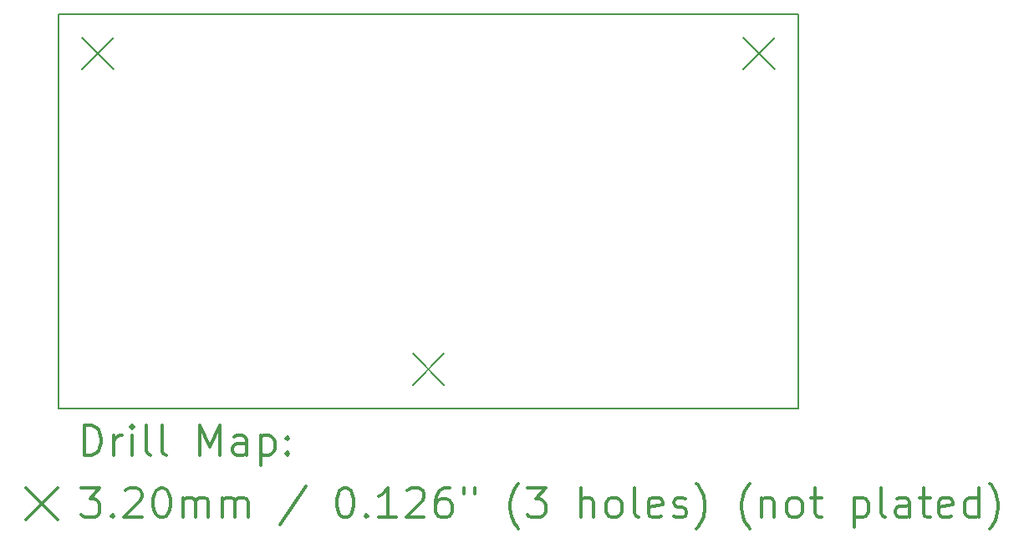
<source format=gbr>
%FSLAX45Y45*%
G04 Gerber Fmt 4.5, Leading zero omitted, Abs format (unit mm)*
G04 Created by KiCad (PCBNEW 4.0.7-e2-6376~60~ubuntu17.10.1) date Wed Mar 21 11:42:36 2018*
%MOMM*%
%LPD*%
G01*
G04 APERTURE LIST*
%ADD10C,0.127000*%
%ADD11C,0.150000*%
%ADD12C,0.200000*%
%ADD13C,0.300000*%
G04 APERTURE END LIST*
D10*
D11*
X7513984Y4013696D02*
X13984Y4013696D01*
X7513984Y13696D02*
X7513984Y4013696D01*
X13984Y13696D02*
X7513984Y13696D01*
X13984Y4013696D02*
X13984Y13696D01*
D12*
X253984Y3773696D02*
X573984Y3453696D01*
X573984Y3773696D02*
X253984Y3453696D01*
X3603984Y573696D02*
X3923984Y253696D01*
X3923984Y573696D02*
X3603984Y253696D01*
X6953984Y3773696D02*
X7273984Y3453696D01*
X7273984Y3773696D02*
X6953984Y3453696D01*
D13*
X277913Y-459518D02*
X277913Y-159518D01*
X349341Y-159518D01*
X392198Y-173804D01*
X420770Y-202375D01*
X435055Y-230947D01*
X449341Y-288090D01*
X449341Y-330947D01*
X435055Y-388090D01*
X420770Y-416661D01*
X392198Y-445233D01*
X349341Y-459518D01*
X277913Y-459518D01*
X577913Y-459518D02*
X577913Y-259518D01*
X577913Y-316661D02*
X592198Y-288090D01*
X606484Y-273804D01*
X635055Y-259518D01*
X663627Y-259518D01*
X763627Y-459518D02*
X763627Y-259518D01*
X763627Y-159518D02*
X749341Y-173804D01*
X763627Y-188090D01*
X777912Y-173804D01*
X763627Y-159518D01*
X763627Y-188090D01*
X949341Y-459518D02*
X920770Y-445233D01*
X906484Y-416661D01*
X906484Y-159518D01*
X1106484Y-459518D02*
X1077913Y-445233D01*
X1063627Y-416661D01*
X1063627Y-159518D01*
X1449341Y-459518D02*
X1449341Y-159518D01*
X1549341Y-373804D01*
X1649341Y-159518D01*
X1649341Y-459518D01*
X1920770Y-459518D02*
X1920770Y-302376D01*
X1906484Y-273804D01*
X1877912Y-259518D01*
X1820770Y-259518D01*
X1792198Y-273804D01*
X1920770Y-445233D02*
X1892198Y-459518D01*
X1820770Y-459518D01*
X1792198Y-445233D01*
X1777912Y-416661D01*
X1777912Y-388090D01*
X1792198Y-359518D01*
X1820770Y-345233D01*
X1892198Y-345233D01*
X1920770Y-330947D01*
X2063627Y-259518D02*
X2063627Y-559518D01*
X2063627Y-273804D02*
X2092198Y-259518D01*
X2149341Y-259518D01*
X2177913Y-273804D01*
X2192198Y-288090D01*
X2206484Y-316661D01*
X2206484Y-402375D01*
X2192198Y-430947D01*
X2177913Y-445233D01*
X2149341Y-459518D01*
X2092198Y-459518D01*
X2063627Y-445233D01*
X2335055Y-430947D02*
X2349341Y-445233D01*
X2335055Y-459518D01*
X2320770Y-445233D01*
X2335055Y-430947D01*
X2335055Y-459518D01*
X2335055Y-273804D02*
X2349341Y-288090D01*
X2335055Y-302376D01*
X2320770Y-288090D01*
X2335055Y-273804D01*
X2335055Y-302376D01*
X-313516Y-793804D02*
X6484Y-1113804D01*
X6484Y-793804D02*
X-313516Y-1113804D01*
X249341Y-789518D02*
X435055Y-789518D01*
X335055Y-903804D01*
X377912Y-903804D01*
X406484Y-918090D01*
X420770Y-932375D01*
X435055Y-960947D01*
X435055Y-1032375D01*
X420770Y-1060947D01*
X406484Y-1075233D01*
X377912Y-1089518D01*
X292198Y-1089518D01*
X263627Y-1075233D01*
X249341Y-1060947D01*
X563627Y-1060947D02*
X577913Y-1075233D01*
X563627Y-1089518D01*
X549341Y-1075233D01*
X563627Y-1060947D01*
X563627Y-1089518D01*
X692198Y-818090D02*
X706484Y-803804D01*
X735055Y-789518D01*
X806484Y-789518D01*
X835055Y-803804D01*
X849341Y-818090D01*
X863627Y-846661D01*
X863627Y-875233D01*
X849341Y-918090D01*
X677912Y-1089518D01*
X863627Y-1089518D01*
X1049341Y-789518D02*
X1077913Y-789518D01*
X1106484Y-803804D01*
X1120770Y-818090D01*
X1135055Y-846661D01*
X1149341Y-903804D01*
X1149341Y-975233D01*
X1135055Y-1032375D01*
X1120770Y-1060947D01*
X1106484Y-1075233D01*
X1077913Y-1089518D01*
X1049341Y-1089518D01*
X1020770Y-1075233D01*
X1006484Y-1060947D01*
X992198Y-1032375D01*
X977912Y-975233D01*
X977912Y-903804D01*
X992198Y-846661D01*
X1006484Y-818090D01*
X1020770Y-803804D01*
X1049341Y-789518D01*
X1277913Y-1089518D02*
X1277913Y-889518D01*
X1277913Y-918090D02*
X1292198Y-903804D01*
X1320770Y-889518D01*
X1363627Y-889518D01*
X1392198Y-903804D01*
X1406484Y-932375D01*
X1406484Y-1089518D01*
X1406484Y-932375D02*
X1420770Y-903804D01*
X1449341Y-889518D01*
X1492198Y-889518D01*
X1520770Y-903804D01*
X1535055Y-932375D01*
X1535055Y-1089518D01*
X1677912Y-1089518D02*
X1677912Y-889518D01*
X1677912Y-918090D02*
X1692198Y-903804D01*
X1720770Y-889518D01*
X1763627Y-889518D01*
X1792198Y-903804D01*
X1806484Y-932375D01*
X1806484Y-1089518D01*
X1806484Y-932375D02*
X1820770Y-903804D01*
X1849341Y-889518D01*
X1892198Y-889518D01*
X1920770Y-903804D01*
X1935055Y-932375D01*
X1935055Y-1089518D01*
X2520770Y-775233D02*
X2263627Y-1160947D01*
X2906484Y-789518D02*
X2935055Y-789518D01*
X2963627Y-803804D01*
X2977912Y-818090D01*
X2992198Y-846661D01*
X3006484Y-903804D01*
X3006484Y-975233D01*
X2992198Y-1032375D01*
X2977912Y-1060947D01*
X2963627Y-1075233D01*
X2935055Y-1089518D01*
X2906484Y-1089518D01*
X2877912Y-1075233D01*
X2863627Y-1060947D01*
X2849341Y-1032375D01*
X2835055Y-975233D01*
X2835055Y-903804D01*
X2849341Y-846661D01*
X2863627Y-818090D01*
X2877912Y-803804D01*
X2906484Y-789518D01*
X3135055Y-1060947D02*
X3149341Y-1075233D01*
X3135055Y-1089518D01*
X3120770Y-1075233D01*
X3135055Y-1060947D01*
X3135055Y-1089518D01*
X3435055Y-1089518D02*
X3263627Y-1089518D01*
X3349341Y-1089518D02*
X3349341Y-789518D01*
X3320769Y-832375D01*
X3292198Y-860947D01*
X3263627Y-875233D01*
X3549341Y-818090D02*
X3563627Y-803804D01*
X3592198Y-789518D01*
X3663627Y-789518D01*
X3692198Y-803804D01*
X3706484Y-818090D01*
X3720769Y-846661D01*
X3720769Y-875233D01*
X3706484Y-918090D01*
X3535055Y-1089518D01*
X3720769Y-1089518D01*
X3977912Y-789518D02*
X3920769Y-789518D01*
X3892198Y-803804D01*
X3877912Y-818090D01*
X3849341Y-860947D01*
X3835055Y-918090D01*
X3835055Y-1032375D01*
X3849341Y-1060947D01*
X3863627Y-1075233D01*
X3892198Y-1089518D01*
X3949341Y-1089518D01*
X3977912Y-1075233D01*
X3992198Y-1060947D01*
X4006484Y-1032375D01*
X4006484Y-960947D01*
X3992198Y-932375D01*
X3977912Y-918090D01*
X3949341Y-903804D01*
X3892198Y-903804D01*
X3863627Y-918090D01*
X3849341Y-932375D01*
X3835055Y-960947D01*
X4120770Y-789518D02*
X4120770Y-846661D01*
X4235055Y-789518D02*
X4235055Y-846661D01*
X4677912Y-1203804D02*
X4663627Y-1189518D01*
X4635055Y-1146661D01*
X4620770Y-1118090D01*
X4606484Y-1075233D01*
X4592198Y-1003804D01*
X4592198Y-946661D01*
X4606484Y-875233D01*
X4620770Y-832375D01*
X4635055Y-803804D01*
X4663627Y-760947D01*
X4677912Y-746661D01*
X4763627Y-789518D02*
X4949341Y-789518D01*
X4849341Y-903804D01*
X4892198Y-903804D01*
X4920770Y-918090D01*
X4935055Y-932375D01*
X4949341Y-960947D01*
X4949341Y-1032375D01*
X4935055Y-1060947D01*
X4920770Y-1075233D01*
X4892198Y-1089518D01*
X4806484Y-1089518D01*
X4777912Y-1075233D01*
X4763627Y-1060947D01*
X5306484Y-1089518D02*
X5306484Y-789518D01*
X5435055Y-1089518D02*
X5435055Y-932375D01*
X5420770Y-903804D01*
X5392198Y-889518D01*
X5349341Y-889518D01*
X5320770Y-903804D01*
X5306484Y-918090D01*
X5620769Y-1089518D02*
X5592198Y-1075233D01*
X5577912Y-1060947D01*
X5563627Y-1032375D01*
X5563627Y-946661D01*
X5577912Y-918090D01*
X5592198Y-903804D01*
X5620769Y-889518D01*
X5663627Y-889518D01*
X5692198Y-903804D01*
X5706484Y-918090D01*
X5720769Y-946661D01*
X5720769Y-1032375D01*
X5706484Y-1060947D01*
X5692198Y-1075233D01*
X5663627Y-1089518D01*
X5620769Y-1089518D01*
X5892198Y-1089518D02*
X5863627Y-1075233D01*
X5849341Y-1046661D01*
X5849341Y-789518D01*
X6120770Y-1075233D02*
X6092198Y-1089518D01*
X6035055Y-1089518D01*
X6006484Y-1075233D01*
X5992198Y-1046661D01*
X5992198Y-932375D01*
X6006484Y-903804D01*
X6035055Y-889518D01*
X6092198Y-889518D01*
X6120770Y-903804D01*
X6135055Y-932375D01*
X6135055Y-960947D01*
X5992198Y-989518D01*
X6249341Y-1075233D02*
X6277912Y-1089518D01*
X6335055Y-1089518D01*
X6363627Y-1075233D01*
X6377912Y-1046661D01*
X6377912Y-1032375D01*
X6363627Y-1003804D01*
X6335055Y-989518D01*
X6292198Y-989518D01*
X6263627Y-975233D01*
X6249341Y-946661D01*
X6249341Y-932375D01*
X6263627Y-903804D01*
X6292198Y-889518D01*
X6335055Y-889518D01*
X6363627Y-903804D01*
X6477912Y-1203804D02*
X6492198Y-1189518D01*
X6520770Y-1146661D01*
X6535055Y-1118090D01*
X6549341Y-1075233D01*
X6563627Y-1003804D01*
X6563627Y-946661D01*
X6549341Y-875233D01*
X6535055Y-832375D01*
X6520770Y-803804D01*
X6492198Y-760947D01*
X6477912Y-746661D01*
X7020770Y-1203804D02*
X7006484Y-1189518D01*
X6977912Y-1146661D01*
X6963627Y-1118090D01*
X6949341Y-1075233D01*
X6935055Y-1003804D01*
X6935055Y-946661D01*
X6949341Y-875233D01*
X6963627Y-832375D01*
X6977912Y-803804D01*
X7006484Y-760947D01*
X7020770Y-746661D01*
X7135055Y-889518D02*
X7135055Y-1089518D01*
X7135055Y-918090D02*
X7149341Y-903804D01*
X7177912Y-889518D01*
X7220770Y-889518D01*
X7249341Y-903804D01*
X7263627Y-932375D01*
X7263627Y-1089518D01*
X7449341Y-1089518D02*
X7420770Y-1075233D01*
X7406484Y-1060947D01*
X7392198Y-1032375D01*
X7392198Y-946661D01*
X7406484Y-918090D01*
X7420770Y-903804D01*
X7449341Y-889518D01*
X7492198Y-889518D01*
X7520770Y-903804D01*
X7535055Y-918090D01*
X7549341Y-946661D01*
X7549341Y-1032375D01*
X7535055Y-1060947D01*
X7520770Y-1075233D01*
X7492198Y-1089518D01*
X7449341Y-1089518D01*
X7635055Y-889518D02*
X7749341Y-889518D01*
X7677912Y-789518D02*
X7677912Y-1046661D01*
X7692198Y-1075233D01*
X7720770Y-1089518D01*
X7749341Y-1089518D01*
X8077912Y-889518D02*
X8077912Y-1189518D01*
X8077912Y-903804D02*
X8106484Y-889518D01*
X8163627Y-889518D01*
X8192198Y-903804D01*
X8206484Y-918090D01*
X8220770Y-946661D01*
X8220770Y-1032375D01*
X8206484Y-1060947D01*
X8192198Y-1075233D01*
X8163627Y-1089518D01*
X8106484Y-1089518D01*
X8077912Y-1075233D01*
X8392198Y-1089518D02*
X8363627Y-1075233D01*
X8349341Y-1046661D01*
X8349341Y-789518D01*
X8635055Y-1089518D02*
X8635055Y-932375D01*
X8620770Y-903804D01*
X8592198Y-889518D01*
X8535055Y-889518D01*
X8506484Y-903804D01*
X8635055Y-1075233D02*
X8606484Y-1089518D01*
X8535055Y-1089518D01*
X8506484Y-1075233D01*
X8492198Y-1046661D01*
X8492198Y-1018090D01*
X8506484Y-989518D01*
X8535055Y-975233D01*
X8606484Y-975233D01*
X8635055Y-960947D01*
X8735055Y-889518D02*
X8849341Y-889518D01*
X8777913Y-789518D02*
X8777913Y-1046661D01*
X8792198Y-1075233D01*
X8820770Y-1089518D01*
X8849341Y-1089518D01*
X9063627Y-1075233D02*
X9035056Y-1089518D01*
X8977913Y-1089518D01*
X8949341Y-1075233D01*
X8935056Y-1046661D01*
X8935056Y-932375D01*
X8949341Y-903804D01*
X8977913Y-889518D01*
X9035056Y-889518D01*
X9063627Y-903804D01*
X9077913Y-932375D01*
X9077913Y-960947D01*
X8935056Y-989518D01*
X9335056Y-1089518D02*
X9335056Y-789518D01*
X9335056Y-1075233D02*
X9306484Y-1089518D01*
X9249341Y-1089518D01*
X9220770Y-1075233D01*
X9206484Y-1060947D01*
X9192198Y-1032375D01*
X9192198Y-946661D01*
X9206484Y-918090D01*
X9220770Y-903804D01*
X9249341Y-889518D01*
X9306484Y-889518D01*
X9335056Y-903804D01*
X9449341Y-1203804D02*
X9463627Y-1189518D01*
X9492198Y-1146661D01*
X9506484Y-1118090D01*
X9520770Y-1075233D01*
X9535056Y-1003804D01*
X9535056Y-946661D01*
X9520770Y-875233D01*
X9506484Y-832375D01*
X9492198Y-803804D01*
X9463627Y-760947D01*
X9449341Y-746661D01*
M02*

</source>
